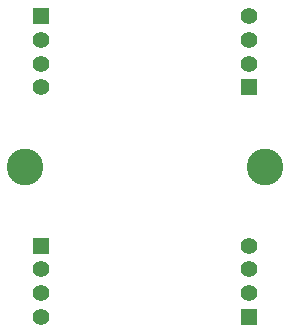
<source format=gbr>
G04 EAGLE Gerber RS-274X export*
G75*
%MOMM*%
%FSLAX34Y34*%
%LPD*%
%INSoldermask Bottom*%
%IPPOS*%
%AMOC8*
5,1,8,0,0,1.08239X$1,22.5*%
G01*
%ADD10C,3.101600*%
%ADD11R,1.409600X1.409600*%
%ADD12C,1.409600*%


D10*
X30000Y150000D03*
X233200Y150000D03*
D11*
X43700Y277200D03*
D12*
X43700Y257200D03*
X43700Y237200D03*
X43700Y217200D03*
D11*
X43700Y82800D03*
D12*
X43700Y62800D03*
X43700Y42800D03*
X43700Y22800D03*
D11*
X219500Y22800D03*
D12*
X219500Y42800D03*
X219500Y62800D03*
X219500Y82800D03*
D11*
X219500Y217200D03*
D12*
X219500Y237200D03*
X219500Y257200D03*
X219500Y277200D03*
M02*

</source>
